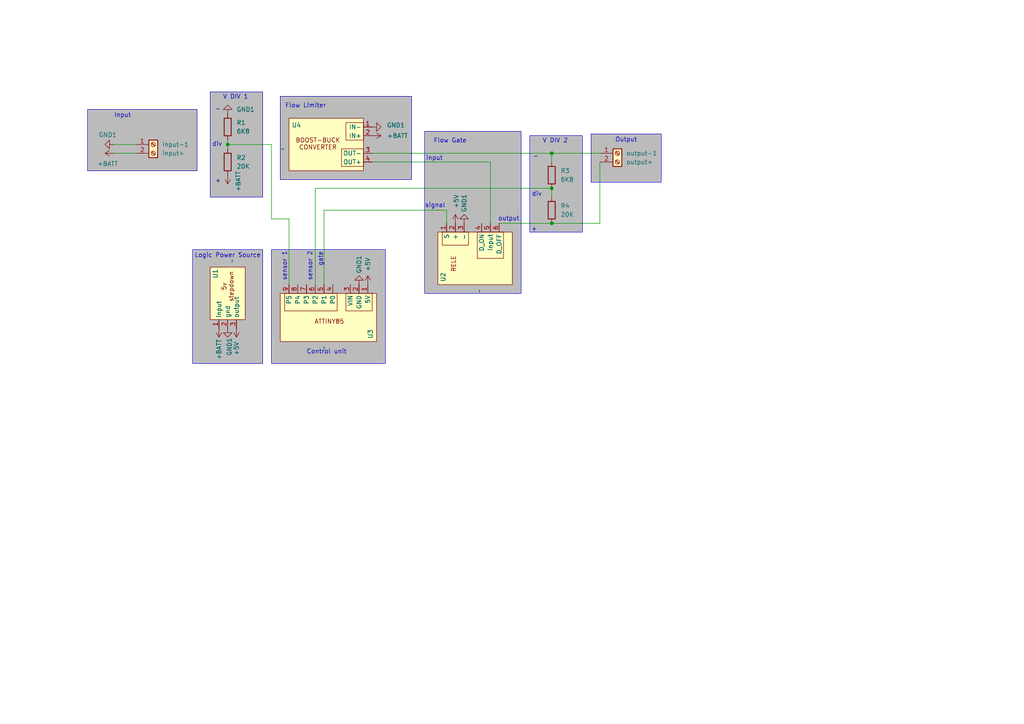
<source format=kicad_sch>
(kicad_sch
	(version 20231120)
	(generator "eeschema")
	(generator_version "8.0")
	(uuid "c85936f9-85f0-4f74-97dc-3cd0be3f7292")
	(paper "A4")
	(lib_symbols
		(symbol "1_my_symbols_pcbs:DD4012SA-5V"
			(exclude_from_sim no)
			(in_bom yes)
			(on_board yes)
			(property "Reference" "U"
				(at 0 0 0)
				(effects
					(font
						(size 1.27 1.27)
					)
				)
			)
			(property "Value" ""
				(at 0 0 0)
				(effects
					(font
						(size 1.27 1.27)
					)
				)
			)
			(property "Footprint" ""
				(at 0 0 0)
				(effects
					(font
						(size 1.27 1.27)
					)
					(hide yes)
				)
			)
			(property "Datasheet" ""
				(at 0 0 0)
				(effects
					(font
						(size 1.27 1.27)
					)
					(hide yes)
				)
			)
			(property "Description" ""
				(at 0 0 0)
				(effects
					(font
						(size 1.27 1.27)
					)
					(hide yes)
				)
			)
			(symbol "DD4012SA-5V_1_1"
				(rectangle
					(start 2.54 5.08)
					(end 17.78 -5.08)
					(stroke
						(width 0)
						(type default)
					)
					(fill
						(type background)
					)
				)
				(text "5v\nstepdown"
					(at 12.192 0 0)
					(effects
						(font
							(size 1.27 1.27)
						)
					)
				)
				(pin power_in line
					(at 0 2.54 0)
					(length 2.54)
					(name "input"
						(effects
							(font
								(size 1.27 1.27)
							)
						)
					)
					(number "1"
						(effects
							(font
								(size 1.27 1.27)
							)
						)
					)
				)
				(pin power_in line
					(at 0 0 0)
					(length 2.54)
					(name "gnd"
						(effects
							(font
								(size 1.27 1.27)
							)
						)
					)
					(number "2"
						(effects
							(font
								(size 1.27 1.27)
							)
						)
					)
				)
				(pin power_out line
					(at 0 -2.54 0)
					(length 2.54)
					(name "output"
						(effects
							(font
								(size 1.27 1.27)
							)
						)
					)
					(number "3"
						(effects
							(font
								(size 1.27 1.27)
							)
						)
					)
				)
			)
		)
		(symbol "1_my_symbols_pcbs:SH-PWS14-1"
			(exclude_from_sim no)
			(in_bom yes)
			(on_board yes)
			(property "Reference" "U"
				(at 0 0 0)
				(effects
					(font
						(size 1.27 1.27)
					)
				)
			)
			(property "Value" ""
				(at 0 0 0)
				(effects
					(font
						(size 1.27 1.27)
					)
				)
			)
			(property "Footprint" ""
				(at 0 0 0)
				(effects
					(font
						(size 1.27 1.27)
					)
					(hide yes)
				)
			)
			(property "Datasheet" ""
				(at 0 0 0)
				(effects
					(font
						(size 1.27 1.27)
					)
					(hide yes)
				)
			)
			(property "Description" ""
				(at 0 0 0)
				(effects
					(font
						(size 1.27 1.27)
					)
					(hide yes)
				)
			)
			(symbol "SH-PWS14-1_0_1"
				(rectangle
					(start 2.54 -1.27)
					(end 8.89 -6.35)
					(stroke
						(width 0)
						(type default)
					)
					(fill
						(type none)
					)
				)
				(rectangle
					(start 2.54 6.35)
					(end 7.62 1.27)
					(stroke
						(width 0)
						(type default)
					)
					(fill
						(type none)
					)
				)
			)
			(symbol "SH-PWS14-1_1_1"
				(rectangle
					(start 2.54 7.62)
					(end 24.13 -7.62)
					(stroke
						(width 0)
						(type default)
					)
					(fill
						(type background)
					)
				)
				(text "BOOST-BUCK\nCONVERTER"
					(at 15.748 0.254 0)
					(effects
						(font
							(size 1.27 1.27)
						)
					)
				)
				(pin power_in line
					(at 0 5.08 0)
					(length 2.54)
					(name "IN-"
						(effects
							(font
								(size 1.27 1.27)
							)
						)
					)
					(number "1"
						(effects
							(font
								(size 1.27 1.27)
							)
						)
					)
				)
				(pin power_in line
					(at 0 2.54 0)
					(length 2.54)
					(name "IN+"
						(effects
							(font
								(size 1.27 1.27)
							)
						)
					)
					(number "2"
						(effects
							(font
								(size 1.27 1.27)
							)
						)
					)
				)
				(pin power_out line
					(at 0 -2.54 0)
					(length 2.54)
					(name "OUT-"
						(effects
							(font
								(size 1.27 1.27)
							)
						)
					)
					(number "3"
						(effects
							(font
								(size 1.27 1.27)
							)
						)
					)
				)
				(pin power_out line
					(at 0 -5.08 0)
					(length 2.54)
					(name "OUT+"
						(effects
							(font
								(size 1.27 1.27)
							)
						)
					)
					(number "4"
						(effects
							(font
								(size 1.27 1.27)
							)
						)
					)
				)
			)
		)
		(symbol "1_my_symbols_pcbs:attiny85-digi"
			(exclude_from_sim no)
			(in_bom yes)
			(on_board yes)
			(property "Reference" "U"
				(at 0 0 0)
				(effects
					(font
						(size 1.27 1.27)
					)
				)
			)
			(property "Value" ""
				(at 0 0 0)
				(effects
					(font
						(size 1.27 1.27)
					)
				)
			)
			(property "Footprint" ""
				(at 0 0 0)
				(effects
					(font
						(size 1.27 1.27)
					)
					(hide yes)
				)
			)
			(property "Datasheet" ""
				(at 0 0 0)
				(effects
					(font
						(size 1.27 1.27)
					)
					(hide yes)
				)
			)
			(property "Description" ""
				(at 0 0 0)
				(effects
					(font
						(size 1.27 1.27)
					)
					(hide yes)
				)
			)
			(symbol "attiny85-digi_0_1"
				(rectangle
					(start 2.54 -1.27)
					(end 7.62 -16.51)
					(stroke
						(width 0)
						(type default)
					)
					(fill
						(type none)
					)
				)
				(rectangle
					(start 2.54 8.89)
					(end 7.62 1.27)
					(stroke
						(width 0)
						(type default)
					)
					(fill
						(type none)
					)
				)
			)
			(symbol "attiny85-digi_1_1"
				(rectangle
					(start 2.54 10.16)
					(end 16.51 -17.78)
					(stroke
						(width 0)
						(type default)
					)
					(fill
						(type background)
					)
				)
				(text "ATTINY85"
					(at 10.668 -3.556 900)
					(effects
						(font
							(size 1.27 1.27)
						)
					)
				)
				(pin power_in line
					(at 0 7.62 0)
					(length 2.54)
					(name "5V"
						(effects
							(font
								(size 1.27 1.27)
							)
						)
					)
					(number "1"
						(effects
							(font
								(size 1.27 1.27)
							)
						)
					)
				)
				(pin power_in line
					(at 0 5.08 0)
					(length 2.54)
					(name "GND"
						(effects
							(font
								(size 1.27 1.27)
							)
						)
					)
					(number "2"
						(effects
							(font
								(size 1.27 1.27)
							)
						)
					)
				)
				(pin power_in line
					(at 0 2.54 0)
					(length 2.54)
					(name "VIN"
						(effects
							(font
								(size 1.27 1.27)
							)
						)
					)
					(number "3"
						(effects
							(font
								(size 1.27 1.27)
							)
						)
					)
				)
				(pin bidirectional line
					(at 0 -2.54 0)
					(length 2.54)
					(name "P0"
						(effects
							(font
								(size 1.27 1.27)
							)
						)
					)
					(number "4"
						(effects
							(font
								(size 1.27 1.27)
							)
						)
					)
				)
				(pin bidirectional line
					(at 0 -5.08 0)
					(length 2.54)
					(name "P1"
						(effects
							(font
								(size 1.27 1.27)
							)
						)
					)
					(number "5"
						(effects
							(font
								(size 1.27 1.27)
							)
						)
					)
				)
				(pin bidirectional line
					(at 0 -7.62 0)
					(length 2.54)
					(name "P2"
						(effects
							(font
								(size 1.27 1.27)
							)
						)
					)
					(number "6"
						(effects
							(font
								(size 1.27 1.27)
							)
						)
					)
				)
				(pin bidirectional line
					(at 0 -10.16 0)
					(length 2.54)
					(name "P3"
						(effects
							(font
								(size 1.27 1.27)
							)
						)
					)
					(number "7"
						(effects
							(font
								(size 1.27 1.27)
							)
						)
					)
				)
				(pin bidirectional line
					(at 0 -12.7 0)
					(length 2.54)
					(name "P4"
						(effects
							(font
								(size 1.27 1.27)
							)
						)
					)
					(number "8"
						(effects
							(font
								(size 1.27 1.27)
							)
						)
					)
				)
				(pin bidirectional line
					(at 0 -15.24 0)
					(length 2.54)
					(name "P5"
						(effects
							(font
								(size 1.27 1.27)
							)
						)
					)
					(number "9"
						(effects
							(font
								(size 1.27 1.27)
							)
						)
					)
				)
			)
		)
		(symbol "1_my_symbols_pcbs:rele_board"
			(exclude_from_sim no)
			(in_bom yes)
			(on_board yes)
			(property "Reference" "U"
				(at 0 0 0)
				(effects
					(font
						(size 1.27 1.27)
					)
				)
			)
			(property "Value" ""
				(at 0 0 0)
				(effects
					(font
						(size 1.27 1.27)
					)
				)
			)
			(property "Footprint" ""
				(at 0 0 0)
				(effects
					(font
						(size 1.27 1.27)
					)
					(hide yes)
				)
			)
			(property "Datasheet" ""
				(at 0 0 0)
				(effects
					(font
						(size 1.27 1.27)
					)
					(hide yes)
				)
			)
			(property "Description" ""
				(at 0 0 0)
				(effects
					(font
						(size 1.27 1.27)
					)
					(hide yes)
				)
			)
			(symbol "rele_board_0_1"
				(rectangle
					(start 2.54 -2.54)
					(end 10.16 -10.16)
					(stroke
						(width 0)
						(type default)
					)
					(fill
						(type none)
					)
				)
				(rectangle
					(start 2.54 7.62)
					(end 6.35 0)
					(stroke
						(width 0)
						(type default)
					)
					(fill
						(type none)
					)
				)
			)
			(symbol "rele_board_1_1"
				(rectangle
					(start 2.54 8.89)
					(end 17.78 -12.7)
					(stroke
						(width 0)
						(type default)
					)
					(fill
						(type background)
					)
				)
				(text "RELE"
					(at 11.684 4.318 0)
					(effects
						(font
							(size 1.27 1.27)
						)
					)
				)
				(pin input line
					(at 0 6.35 0)
					(length 2.54)
					(name "S"
						(effects
							(font
								(size 1.27 1.27)
							)
						)
					)
					(number "1"
						(effects
							(font
								(size 1.27 1.27)
							)
						)
					)
				)
				(pin power_in line
					(at 0 3.81 0)
					(length 2.54)
					(name "+"
						(effects
							(font
								(size 1.27 1.27)
							)
						)
					)
					(number "2"
						(effects
							(font
								(size 1.27 1.27)
							)
						)
					)
				)
				(pin power_in line
					(at 0 1.27 0)
					(length 2.54)
					(name "-"
						(effects
							(font
								(size 1.27 1.27)
							)
						)
					)
					(number "3"
						(effects
							(font
								(size 1.27 1.27)
							)
						)
					)
				)
				(pin output line
					(at 0 -3.81 0)
					(length 2.54)
					(name "D_ON"
						(effects
							(font
								(size 1.27 1.27)
							)
						)
					)
					(number "4"
						(effects
							(font
								(size 1.27 1.27)
							)
						)
					)
				)
				(pin input line
					(at 0 -6.35 0)
					(length 2.54)
					(name "input"
						(effects
							(font
								(size 1.27 1.27)
							)
						)
					)
					(number "5"
						(effects
							(font
								(size 1.27 1.27)
							)
						)
					)
				)
				(pin output line
					(at 0 -8.89 0)
					(length 2.54)
					(name "D_OFF"
						(effects
							(font
								(size 1.27 1.27)
							)
						)
					)
					(number "6"
						(effects
							(font
								(size 1.27 1.27)
							)
						)
					)
				)
			)
		)
		(symbol "Connector:Screw_Terminal_01x02"
			(pin_names
				(offset 1.016) hide)
			(exclude_from_sim no)
			(in_bom yes)
			(on_board yes)
			(property "Reference" "J"
				(at 0 2.54 0)
				(effects
					(font
						(size 1.27 1.27)
					)
				)
			)
			(property "Value" "Screw_Terminal_01x02"
				(at 0 -5.08 0)
				(effects
					(font
						(size 1.27 1.27)
					)
				)
			)
			(property "Footprint" ""
				(at 0 0 0)
				(effects
					(font
						(size 1.27 1.27)
					)
					(hide yes)
				)
			)
			(property "Datasheet" "~"
				(at 0 0 0)
				(effects
					(font
						(size 1.27 1.27)
					)
					(hide yes)
				)
			)
			(property "Description" "Generic screw terminal, single row, 01x02, script generated (kicad-library-utils/schlib/autogen/connector/)"
				(at 0 0 0)
				(effects
					(font
						(size 1.27 1.27)
					)
					(hide yes)
				)
			)
			(property "ki_keywords" "screw terminal"
				(at 0 0 0)
				(effects
					(font
						(size 1.27 1.27)
					)
					(hide yes)
				)
			)
			(property "ki_fp_filters" "TerminalBlock*:*"
				(at 0 0 0)
				(effects
					(font
						(size 1.27 1.27)
					)
					(hide yes)
				)
			)
			(symbol "Screw_Terminal_01x02_1_1"
				(rectangle
					(start -1.27 1.27)
					(end 1.27 -3.81)
					(stroke
						(width 0.254)
						(type default)
					)
					(fill
						(type background)
					)
				)
				(circle
					(center 0 -2.54)
					(radius 0.635)
					(stroke
						(width 0.1524)
						(type default)
					)
					(fill
						(type none)
					)
				)
				(polyline
					(pts
						(xy -0.5334 -2.2098) (xy 0.3302 -3.048)
					)
					(stroke
						(width 0.1524)
						(type default)
					)
					(fill
						(type none)
					)
				)
				(polyline
					(pts
						(xy -0.5334 0.3302) (xy 0.3302 -0.508)
					)
					(stroke
						(width 0.1524)
						(type default)
					)
					(fill
						(type none)
					)
				)
				(polyline
					(pts
						(xy -0.3556 -2.032) (xy 0.508 -2.8702)
					)
					(stroke
						(width 0.1524)
						(type default)
					)
					(fill
						(type none)
					)
				)
				(polyline
					(pts
						(xy -0.3556 0.508) (xy 0.508 -0.3302)
					)
					(stroke
						(width 0.1524)
						(type default)
					)
					(fill
						(type none)
					)
				)
				(circle
					(center 0 0)
					(radius 0.635)
					(stroke
						(width 0.1524)
						(type default)
					)
					(fill
						(type none)
					)
				)
				(pin passive line
					(at -5.08 0 0)
					(length 3.81)
					(name "Pin_1"
						(effects
							(font
								(size 1.27 1.27)
							)
						)
					)
					(number "1"
						(effects
							(font
								(size 1.27 1.27)
							)
						)
					)
				)
				(pin passive line
					(at -5.08 -2.54 0)
					(length 3.81)
					(name "Pin_2"
						(effects
							(font
								(size 1.27 1.27)
							)
						)
					)
					(number "2"
						(effects
							(font
								(size 1.27 1.27)
							)
						)
					)
				)
			)
		)
		(symbol "Device:R"
			(pin_numbers hide)
			(pin_names
				(offset 0)
			)
			(exclude_from_sim no)
			(in_bom yes)
			(on_board yes)
			(property "Reference" "R"
				(at 2.032 0 90)
				(effects
					(font
						(size 1.27 1.27)
					)
				)
			)
			(property "Value" "R"
				(at 0 0 90)
				(effects
					(font
						(size 1.27 1.27)
					)
				)
			)
			(property "Footprint" ""
				(at -1.778 0 90)
				(effects
					(font
						(size 1.27 1.27)
					)
					(hide yes)
				)
			)
			(property "Datasheet" "~"
				(at 0 0 0)
				(effects
					(font
						(size 1.27 1.27)
					)
					(hide yes)
				)
			)
			(property "Description" "Resistor"
				(at 0 0 0)
				(effects
					(font
						(size 1.27 1.27)
					)
					(hide yes)
				)
			)
			(property "ki_keywords" "R res resistor"
				(at 0 0 0)
				(effects
					(font
						(size 1.27 1.27)
					)
					(hide yes)
				)
			)
			(property "ki_fp_filters" "R_*"
				(at 0 0 0)
				(effects
					(font
						(size 1.27 1.27)
					)
					(hide yes)
				)
			)
			(symbol "R_0_1"
				(rectangle
					(start -1.016 -2.54)
					(end 1.016 2.54)
					(stroke
						(width 0.254)
						(type default)
					)
					(fill
						(type none)
					)
				)
			)
			(symbol "R_1_1"
				(pin passive line
					(at 0 3.81 270)
					(length 1.27)
					(name "~"
						(effects
							(font
								(size 1.27 1.27)
							)
						)
					)
					(number "1"
						(effects
							(font
								(size 1.27 1.27)
							)
						)
					)
				)
				(pin passive line
					(at 0 -3.81 90)
					(length 1.27)
					(name "~"
						(effects
							(font
								(size 1.27 1.27)
							)
						)
					)
					(number "2"
						(effects
							(font
								(size 1.27 1.27)
							)
						)
					)
				)
			)
		)
		(symbol "power:+5V"
			(power)
			(pin_numbers hide)
			(pin_names
				(offset 0) hide)
			(exclude_from_sim no)
			(in_bom yes)
			(on_board yes)
			(property "Reference" "#PWR"
				(at 0 -3.81 0)
				(effects
					(font
						(size 1.27 1.27)
					)
					(hide yes)
				)
			)
			(property "Value" "+5V"
				(at 0 3.556 0)
				(effects
					(font
						(size 1.27 1.27)
					)
				)
			)
			(property "Footprint" ""
				(at 0 0 0)
				(effects
					(font
						(size 1.27 1.27)
					)
					(hide yes)
				)
			)
			(property "Datasheet" ""
				(at 0 0 0)
				(effects
					(font
						(size 1.27 1.27)
					)
					(hide yes)
				)
			)
			(property "Description" "Power symbol creates a global label with name \"+5V\""
				(at 0 0 0)
				(effects
					(font
						(size 1.27 1.27)
					)
					(hide yes)
				)
			)
			(property "ki_keywords" "global power"
				(at 0 0 0)
				(effects
					(font
						(size 1.27 1.27)
					)
					(hide yes)
				)
			)
			(symbol "+5V_0_1"
				(polyline
					(pts
						(xy -0.762 1.27) (xy 0 2.54)
					)
					(stroke
						(width 0)
						(type default)
					)
					(fill
						(type none)
					)
				)
				(polyline
					(pts
						(xy 0 0) (xy 0 2.54)
					)
					(stroke
						(width 0)
						(type default)
					)
					(fill
						(type none)
					)
				)
				(polyline
					(pts
						(xy 0 2.54) (xy 0.762 1.27)
					)
					(stroke
						(width 0)
						(type default)
					)
					(fill
						(type none)
					)
				)
			)
			(symbol "+5V_1_1"
				(pin power_in line
					(at 0 0 90)
					(length 0)
					(name "~"
						(effects
							(font
								(size 1.27 1.27)
							)
						)
					)
					(number "1"
						(effects
							(font
								(size 1.27 1.27)
							)
						)
					)
				)
			)
		)
		(symbol "power:+BATT"
			(power)
			(pin_numbers hide)
			(pin_names
				(offset 0) hide)
			(exclude_from_sim no)
			(in_bom yes)
			(on_board yes)
			(property "Reference" "#PWR"
				(at 0 -3.81 0)
				(effects
					(font
						(size 1.27 1.27)
					)
					(hide yes)
				)
			)
			(property "Value" "+BATT"
				(at 0 3.556 0)
				(effects
					(font
						(size 1.27 1.27)
					)
				)
			)
			(property "Footprint" ""
				(at 0 0 0)
				(effects
					(font
						(size 1.27 1.27)
					)
					(hide yes)
				)
			)
			(property "Datasheet" ""
				(at 0 0 0)
				(effects
					(font
						(size 1.27 1.27)
					)
					(hide yes)
				)
			)
			(property "Description" "Power symbol creates a global label with name \"+BATT\""
				(at 0 0 0)
				(effects
					(font
						(size 1.27 1.27)
					)
					(hide yes)
				)
			)
			(property "ki_keywords" "global power battery"
				(at 0 0 0)
				(effects
					(font
						(size 1.27 1.27)
					)
					(hide yes)
				)
			)
			(symbol "+BATT_0_1"
				(polyline
					(pts
						(xy -0.762 1.27) (xy 0 2.54)
					)
					(stroke
						(width 0)
						(type default)
					)
					(fill
						(type none)
					)
				)
				(polyline
					(pts
						(xy 0 0) (xy 0 2.54)
					)
					(stroke
						(width 0)
						(type default)
					)
					(fill
						(type none)
					)
				)
				(polyline
					(pts
						(xy 0 2.54) (xy 0.762 1.27)
					)
					(stroke
						(width 0)
						(type default)
					)
					(fill
						(type none)
					)
				)
			)
			(symbol "+BATT_1_1"
				(pin power_in line
					(at 0 0 90)
					(length 0)
					(name "~"
						(effects
							(font
								(size 1.27 1.27)
							)
						)
					)
					(number "1"
						(effects
							(font
								(size 1.27 1.27)
							)
						)
					)
				)
			)
		)
		(symbol "power:GND1"
			(power)
			(pin_numbers hide)
			(pin_names
				(offset 0) hide)
			(exclude_from_sim no)
			(in_bom yes)
			(on_board yes)
			(property "Reference" "#PWR"
				(at 0 -6.35 0)
				(effects
					(font
						(size 1.27 1.27)
					)
					(hide yes)
				)
			)
			(property "Value" "GND1"
				(at 0 -3.81 0)
				(effects
					(font
						(size 1.27 1.27)
					)
				)
			)
			(property "Footprint" ""
				(at 0 0 0)
				(effects
					(font
						(size 1.27 1.27)
					)
					(hide yes)
				)
			)
			(property "Datasheet" ""
				(at 0 0 0)
				(effects
					(font
						(size 1.27 1.27)
					)
					(hide yes)
				)
			)
			(property "Description" "Power symbol creates a global label with name \"GND1\" , ground"
				(at 0 0 0)
				(effects
					(font
						(size 1.27 1.27)
					)
					(hide yes)
				)
			)
			(property "ki_keywords" "global power"
				(at 0 0 0)
				(effects
					(font
						(size 1.27 1.27)
					)
					(hide yes)
				)
			)
			(symbol "GND1_0_1"
				(polyline
					(pts
						(xy 0 0) (xy 0 -1.27) (xy 1.27 -1.27) (xy 0 -2.54) (xy -1.27 -1.27) (xy 0 -1.27)
					)
					(stroke
						(width 0)
						(type default)
					)
					(fill
						(type none)
					)
				)
			)
			(symbol "GND1_1_1"
				(pin power_in line
					(at 0 0 270)
					(length 0)
					(name "~"
						(effects
							(font
								(size 1.27 1.27)
							)
						)
					)
					(number "1"
						(effects
							(font
								(size 1.27 1.27)
							)
						)
					)
				)
			)
		)
	)
	(junction
		(at 66.04 41.91)
		(diameter 0)
		(color 0 0 0 0)
		(uuid "341cda66-6579-4d85-ab35-63119439b592")
	)
	(junction
		(at 160.02 44.45)
		(diameter 0)
		(color 0 0 0 0)
		(uuid "388bed2c-7793-4252-bb54-ca8d4fb5f733")
	)
	(junction
		(at 160.02 64.77)
		(diameter 0)
		(color 0 0 0 0)
		(uuid "89751e60-84b9-4915-944f-fa1644b67289")
	)
	(junction
		(at 160.02 54.61)
		(diameter 0)
		(color 0 0 0 0)
		(uuid "e0bba88e-a6e4-4a5d-9e4f-2cfdf9d810be")
	)
	(wire
		(pts
			(xy 83.82 63.5) (xy 83.82 82.55)
		)
		(stroke
			(width 0)
			(type default)
		)
		(uuid "0b783b06-2a03-478c-a8fc-5601416d5b5c")
	)
	(wire
		(pts
			(xy 66.04 40.64) (xy 66.04 41.91)
		)
		(stroke
			(width 0)
			(type default)
		)
		(uuid "0cff0cfc-1312-4876-816e-ccea81c52408")
	)
	(wire
		(pts
			(xy 107.95 44.45) (xy 160.02 44.45)
		)
		(stroke
			(width 0)
			(type default)
		)
		(uuid "22fd9fac-d238-46e4-9223-f6f03e71fba3")
	)
	(wire
		(pts
			(xy 142.24 46.99) (xy 142.24 64.77)
		)
		(stroke
			(width 0)
			(type default)
		)
		(uuid "291dad32-9caa-477a-b84f-aa2214bac4f2")
	)
	(wire
		(pts
			(xy 78.74 63.5) (xy 83.82 63.5)
		)
		(stroke
			(width 0)
			(type default)
		)
		(uuid "2e7cfed9-ee8d-4ab8-8ee5-a1aebec77f47")
	)
	(wire
		(pts
			(xy 78.74 41.91) (xy 78.74 63.5)
		)
		(stroke
			(width 0)
			(type default)
		)
		(uuid "38be56e4-5082-4468-8e6e-9c4a02b146b6")
	)
	(wire
		(pts
			(xy 93.98 60.96) (xy 93.98 82.55)
		)
		(stroke
			(width 0)
			(type default)
		)
		(uuid "448e3e11-a43e-47ec-9693-7cdd27d5a719")
	)
	(wire
		(pts
			(xy 160.02 64.77) (xy 173.99 64.77)
		)
		(stroke
			(width 0)
			(type default)
		)
		(uuid "496a339d-f74e-49b3-9181-1761fd00e0e0")
	)
	(wire
		(pts
			(xy 144.78 64.77) (xy 160.02 64.77)
		)
		(stroke
			(width 0)
			(type default)
		)
		(uuid "4c58b722-9e69-44db-a690-01bbabbf1c68")
	)
	(wire
		(pts
			(xy 91.44 82.55) (xy 91.44 54.61)
		)
		(stroke
			(width 0)
			(type default)
		)
		(uuid "4d300bd5-faf3-4166-9d90-ff8fdfab00f6")
	)
	(wire
		(pts
			(xy 39.37 41.91) (xy 33.02 41.91)
		)
		(stroke
			(width 0)
			(type default)
		)
		(uuid "5a1db268-b13e-414d-b7cc-d2b9376b978c")
	)
	(wire
		(pts
			(xy 173.99 46.99) (xy 173.99 64.77)
		)
		(stroke
			(width 0)
			(type default)
		)
		(uuid "67d41709-f1ca-4e7b-9347-316fb0324a3f")
	)
	(wire
		(pts
			(xy 93.98 60.96) (xy 129.54 60.96)
		)
		(stroke
			(width 0)
			(type default)
		)
		(uuid "a0977071-e9af-4344-a067-644412de283f")
	)
	(wire
		(pts
			(xy 129.54 60.96) (xy 129.54 64.77)
		)
		(stroke
			(width 0)
			(type default)
		)
		(uuid "b0294d22-6065-4bb6-92ee-0236216c6938")
	)
	(wire
		(pts
			(xy 66.04 41.91) (xy 66.04 43.18)
		)
		(stroke
			(width 0)
			(type default)
		)
		(uuid "b6185462-5eb0-45b7-8148-e03505c20070")
	)
	(wire
		(pts
			(xy 107.95 46.99) (xy 142.24 46.99)
		)
		(stroke
			(width 0)
			(type default)
		)
		(uuid "c4cbe436-d7a0-42f8-a1a4-e5e89e361c4b")
	)
	(wire
		(pts
			(xy 160.02 44.45) (xy 173.99 44.45)
		)
		(stroke
			(width 0)
			(type default)
		)
		(uuid "d0c69c50-fbde-450f-bafc-27e90bc77acd")
	)
	(wire
		(pts
			(xy 160.02 46.99) (xy 160.02 44.45)
		)
		(stroke
			(width 0)
			(type default)
		)
		(uuid "da2ffafe-dd63-4874-8479-0d0ebec09736")
	)
	(wire
		(pts
			(xy 160.02 54.61) (xy 160.02 57.15)
		)
		(stroke
			(width 0)
			(type default)
		)
		(uuid "dcf8a422-944d-48b7-95b7-bdd5efa2557a")
	)
	(wire
		(pts
			(xy 33.02 44.45) (xy 39.37 44.45)
		)
		(stroke
			(width 0)
			(type default)
		)
		(uuid "e12338d7-f25a-4e50-9841-6265139523ff")
	)
	(wire
		(pts
			(xy 66.04 41.91) (xy 78.74 41.91)
		)
		(stroke
			(width 0)
			(type default)
		)
		(uuid "f1170768-3460-493b-ac39-872e5e6205b5")
	)
	(wire
		(pts
			(xy 91.44 54.61) (xy 160.02 54.61)
		)
		(stroke
			(width 0)
			(type default)
		)
		(uuid "f4c922eb-c96f-4007-a3f6-31106fc686c7")
	)
	(rectangle
		(start 171.45 38.862)
		(end 191.77 52.832)
		(stroke
			(width 0)
			(type default)
		)
		(fill
			(type color)
			(color 187 187 187 1)
		)
		(uuid 213c5817-7f99-4cba-bdae-2ab6a5d7adb9)
	)
	(rectangle
		(start 123.19 38.1)
		(end 151.13 85.09)
		(stroke
			(width 0)
			(type default)
		)
		(fill
			(type color)
			(color 187 187 187 1)
		)
		(uuid 35365249-3318-4495-bab2-d1be495e363f)
	)
	(rectangle
		(start 60.96 26.67)
		(end 76.2 57.15)
		(stroke
			(width 0)
			(type default)
		)
		(fill
			(type color)
			(color 187 187 187 1)
		)
		(uuid 578c408d-4fa5-4c75-95c8-2a63f846d345)
	)
	(rectangle
		(start 81.28 27.94)
		(end 119.38 52.07)
		(stroke
			(width 0)
			(type default)
		)
		(fill
			(type color)
			(color 187 187 187 1)
		)
		(uuid 893eeb67-e4bd-4b48-b997-f36ffdf72d8c)
	)
	(rectangle
		(start 153.67 39.37)
		(end 168.91 67.31)
		(stroke
			(width 0)
			(type default)
		)
		(fill
			(type color)
			(color 187 187 187 1)
		)
		(uuid 94f21055-0ac5-474b-b84a-ff2123d36b42)
	)
	(rectangle
		(start 25.4 31.75)
		(end 57.15 49.53)
		(stroke
			(width 0)
			(type default)
		)
		(fill
			(type color)
			(color 187 187 187 1)
		)
		(uuid a66e1302-8134-4de7-bbf6-4695d2e01757)
	)
	(rectangle
		(start 78.74 72.39)
		(end 111.76 105.41)
		(stroke
			(width 0)
			(type default)
		)
		(fill
			(type color)
			(color 187 187 187 1)
		)
		(uuid b690453a-1a8b-47a8-abd9-441de0c6dc0e)
	)
	(rectangle
		(start 55.88 72.39)
		(end 76.2 105.41)
		(stroke
			(width 0)
			(type default)
		)
		(fill
			(type color)
			(color 187 187 187 1)
		)
		(uuid f3214712-ec6a-4750-98d1-d8eddf0cf322)
	)
	(text "output"
		(exclude_from_sim no)
		(at 147.574 63.5 0)
		(effects
			(font
				(size 1.27 1.27)
			)
		)
		(uuid "106eefd9-2205-4473-9b9b-7f8e0517d2c0")
	)
	(text "Logic Power Source"
		(exclude_from_sim no)
		(at 66.04 74.168 0)
		(effects
			(font
				(size 1.27 1.27)
			)
		)
		(uuid "1d309693-916c-45a5-babc-1bc99479cd2b")
	)
	(text "input"
		(exclude_from_sim no)
		(at 125.984 45.974 0)
		(effects
			(font
				(size 1.27 1.27)
			)
		)
		(uuid "2409c182-eee4-4353-8103-5fcc8de2cd9b")
	)
	(text "V DIV 2"
		(exclude_from_sim no)
		(at 161.036 40.894 0)
		(effects
			(font
				(size 1.27 1.27)
			)
		)
		(uuid "3a0278c1-f376-44f7-b9c2-3224f80a0e0d")
	)
	(text "V DIV 1\n"
		(exclude_from_sim no)
		(at 68.326 28.194 0)
		(effects
			(font
				(size 1.27 1.27)
			)
		)
		(uuid "3f23b5d7-9298-4263-ae7e-63f7a0e6e0fe")
	)
	(text "sensor 1"
		(exclude_from_sim no)
		(at 82.55 77.216 90)
		(effects
			(font
				(size 1.27 1.27)
			)
		)
		(uuid "423bd08a-2f0e-4f6a-89de-fab37d0bf78a")
	)
	(text "~"
		(exclude_from_sim no)
		(at 148.082 56.388 0)
		(effects
			(font
				(size 1.27 1.27)
			)
		)
		(uuid "47233c58-c20f-4e2d-b511-cab44fd9b861")
	)
	(text "gate"
		(exclude_from_sim no)
		(at 92.964 75.184 90)
		(effects
			(font
				(size 1.27 1.27)
			)
		)
		(uuid "4ae8b2e4-3aa9-4f0f-a1b5-e38ffc20615b")
	)
	(text "+"
		(exclude_from_sim no)
		(at 154.94 66.548 0)
		(effects
			(font
				(size 1.27 1.27)
			)
		)
		(uuid "593091a2-fe90-41a5-8257-7899b5d3f736")
	)
	(text "div\n"
		(exclude_from_sim no)
		(at 155.702 56.388 0)
		(effects
			(font
				(size 1.27 1.27)
			)
		)
		(uuid "8eadf9aa-0260-4267-b856-8563a9becda2")
	)
	(text "+"
		(exclude_from_sim no)
		(at 63.246 52.578 0)
		(effects
			(font
				(size 1.27 1.27)
			)
		)
		(uuid "a6f9278f-dee2-458d-963e-4398282d4da7")
	)
	(text "signal\n\n\n"
		(exclude_from_sim no)
		(at 126.238 61.722 0)
		(effects
			(font
				(size 1.27 1.27)
			)
		)
		(uuid "ab93adc0-621e-4912-870a-58585b183fcb")
	)
	(text "Flow Gate"
		(exclude_from_sim no)
		(at 130.556 40.894 0)
		(effects
			(font
				(size 1.27 1.27)
			)
		)
		(uuid "b0b6dffb-e21f-4759-81f0-987d2a3c5b02")
	)
	(text "-"
		(exclude_from_sim no)
		(at 155.448 45.466 0)
		(effects
			(font
				(size 1.27 1.27)
			)
		)
		(uuid "ba3d4a60-db6c-451f-ad2b-720ddb283fd6")
	)
	(text "Input"
		(exclude_from_sim no)
		(at 35.56 33.528 0)
		(effects
			(font
				(size 1.27 1.27)
			)
		)
		(uuid "d3cf8803-be92-47bd-815c-79ab35717492")
	)
	(text "Flow Limiter"
		(exclude_from_sim no)
		(at 88.646 30.734 0)
		(effects
			(font
				(size 1.27 1.27)
			)
		)
		(uuid "ded378c2-13ca-4aa1-812e-d274c1d55db6")
	)
	(text "Control unit"
		(exclude_from_sim no)
		(at 94.742 102.108 0)
		(effects
			(font
				(size 1.27 1.27)
			)
		)
		(uuid "e895a3bb-554e-40cc-95b7-062d326921bd")
	)
	(text "Output"
		(exclude_from_sim no)
		(at 181.61 40.64 0)
		(effects
			(font
				(size 1.27 1.27)
			)
		)
		(uuid "f136dbbe-bca4-43e3-8669-fa4975e4b322")
	)
	(text "sensor 2"
		(exclude_from_sim no)
		(at 89.916 77.216 90)
		(effects
			(font
				(size 1.27 1.27)
			)
		)
		(uuid "f14d4ed6-9572-4419-82c5-e3dbd92b316f")
	)
	(text "~"
		(exclude_from_sim no)
		(at 148.844 57.15 0)
		(effects
			(font
				(size 1.27 1.27)
			)
		)
		(uuid "f351e4fb-1d75-4d9d-b7ef-107b8714ec4c")
	)
	(text "-"
		(exclude_from_sim no)
		(at 63.246 31.75 0)
		(effects
			(font
				(size 1.27 1.27)
			)
		)
		(uuid "f95bbb79-69ae-4d03-a4e0-46b9499e6eda")
	)
	(text "div\n"
		(exclude_from_sim no)
		(at 62.992 41.91 0)
		(effects
			(font
				(size 1.27 1.27)
			)
		)
		(uuid "fafdaf5a-fd70-4a31-96dd-877347142446")
	)
	(symbol
		(lib_id "power:GND1")
		(at 104.14 82.55 180)
		(unit 1)
		(exclude_from_sim no)
		(in_bom yes)
		(on_board yes)
		(dnp no)
		(uuid "095ba59e-258e-4412-bf20-70fb76ed5c33")
		(property "Reference" "#PWR05"
			(at 104.14 76.2 0)
			(effects
				(font
					(size 1.27 1.27)
				)
				(hide yes)
			)
		)
		(property "Value" "GND1"
			(at 104.14 76.708 90)
			(effects
				(font
					(size 1.27 1.27)
				)
			)
		)
		(property "Footprint" ""
			(at 104.14 82.55 0)
			(effects
				(font
					(size 1.27 1.27)
				)
				(hide yes)
			)
		)
		(property "Datasheet" ""
			(at 104.14 82.55 0)
			(effects
				(font
					(size 1.27 1.27)
				)
				(hide yes)
			)
		)
		(property "Description" "Power symbol creates a global label with name \"GND1\" , ground"
			(at 104.14 82.55 0)
			(effects
				(font
					(size 1.27 1.27)
				)
				(hide yes)
			)
		)
		(pin "1"
			(uuid "a52451cf-b6c0-4620-ac36-c3002cb6937d")
		)
		(instances
			(project "rele_end"
				(path "/c85936f9-85f0-4f74-97dc-3cd0be3f7292"
					(reference "#PWR05")
					(unit 1)
				)
			)
		)
	)
	(symbol
		(lib_id "1_my_symbols_pcbs:DD4012SA-5V")
		(at 66.04 95.25 90)
		(unit 1)
		(exclude_from_sim no)
		(in_bom yes)
		(on_board yes)
		(dnp no)
		(uuid "0bf2818e-d376-49cd-9c14-7e78fe3f6208")
		(property "Reference" "U1"
			(at 62.484 80.772 0)
			(effects
				(font
					(size 1.27 1.27)
				)
				(justify left)
			)
		)
		(property "Value" "~"
			(at 67.31 76.2 0)
			(effects
				(font
					(size 1.27 1.27)
				)
				(justify left)
			)
		)
		(property "Footprint" "1_my_library_pcbs:DD4012SA-5V"
			(at 66.04 95.25 0)
			(effects
				(font
					(size 1.27 1.27)
				)
				(hide yes)
			)
		)
		(property "Datasheet" ""
			(at 66.04 95.25 0)
			(effects
				(font
					(size 1.27 1.27)
				)
				(hide yes)
			)
		)
		(property "Description" ""
			(at 66.04 95.25 0)
			(effects
				(font
					(size 1.27 1.27)
				)
				(hide yes)
			)
		)
		(pin "3"
			(uuid "bd600c48-e41f-4245-8102-faced7e0cbba")
		)
		(pin "2"
			(uuid "f6b4b877-b622-4230-989d-c1838a1b319e")
		)
		(pin "1"
			(uuid "14afccbd-729d-43da-b8a3-348f0c4c5c77")
		)
		(instances
			(project "rele_end"
				(path "/c85936f9-85f0-4f74-97dc-3cd0be3f7292"
					(reference "U1")
					(unit 1)
				)
			)
		)
	)
	(symbol
		(lib_id "power:+BATT")
		(at 66.04 50.8 180)
		(unit 1)
		(exclude_from_sim no)
		(in_bom yes)
		(on_board yes)
		(dnp no)
		(uuid "0f7900d3-30f4-4ef3-a568-95989a52bec7")
		(property "Reference" "#PWR08"
			(at 66.04 46.99 0)
			(effects
				(font
					(size 1.27 1.27)
				)
				(hide yes)
			)
		)
		(property "Value" "+BATT"
			(at 69.088 49.53 90)
			(effects
				(font
					(size 1.27 1.27)
				)
				(justify left)
			)
		)
		(property "Footprint" ""
			(at 66.04 50.8 0)
			(effects
				(font
					(size 1.27 1.27)
				)
				(hide yes)
			)
		)
		(property "Datasheet" ""
			(at 66.04 50.8 0)
			(effects
				(font
					(size 1.27 1.27)
				)
				(hide yes)
			)
		)
		(property "Description" "Power symbol creates a global label with name \"+BATT\""
			(at 66.04 50.8 0)
			(effects
				(font
					(size 1.27 1.27)
				)
				(hide yes)
			)
		)
		(pin "1"
			(uuid "f000ce92-1b42-4c8e-b8dd-2d2200645bfa")
		)
		(instances
			(project "rele_end"
				(path "/c85936f9-85f0-4f74-97dc-3cd0be3f7292"
					(reference "#PWR08")
					(unit 1)
				)
			)
		)
	)
	(symbol
		(lib_id "power:GND1")
		(at 134.62 64.77 0)
		(mirror x)
		(unit 1)
		(exclude_from_sim no)
		(in_bom yes)
		(on_board yes)
		(dnp no)
		(uuid "152ca6d1-0942-45e4-84fb-ed3cf61b1d2e")
		(property "Reference" "#PWR04"
			(at 134.62 58.42 0)
			(effects
				(font
					(size 1.27 1.27)
				)
				(hide yes)
			)
		)
		(property "Value" "GND1"
			(at 134.62 58.928 90)
			(effects
				(font
					(size 1.27 1.27)
				)
			)
		)
		(property "Footprint" ""
			(at 134.62 64.77 0)
			(effects
				(font
					(size 1.27 1.27)
				)
				(hide yes)
			)
		)
		(property "Datasheet" ""
			(at 134.62 64.77 0)
			(effects
				(font
					(size 1.27 1.27)
				)
				(hide yes)
			)
		)
		(property "Description" "Power symbol creates a global label with name \"GND1\" , ground"
			(at 134.62 64.77 0)
			(effects
				(font
					(size 1.27 1.27)
				)
				(hide yes)
			)
		)
		(pin "1"
			(uuid "cad04a72-9500-4432-a4bb-8a108f2c5950")
		)
		(instances
			(project "rele_end"
				(path "/c85936f9-85f0-4f74-97dc-3cd0be3f7292"
					(reference "#PWR04")
					(unit 1)
				)
			)
		)
	)
	(symbol
		(lib_id "Device:R")
		(at 160.02 50.8 0)
		(unit 1)
		(exclude_from_sim no)
		(in_bom yes)
		(on_board yes)
		(dnp no)
		(fields_autoplaced yes)
		(uuid "208dcab8-6a21-4e42-be6f-1601ac001b7a")
		(property "Reference" "R3"
			(at 162.56 49.5299 0)
			(effects
				(font
					(size 1.27 1.27)
				)
				(justify left)
			)
		)
		(property "Value" "6K8"
			(at 162.56 52.0699 0)
			(effects
				(font
					(size 1.27 1.27)
				)
				(justify left)
			)
		)
		(property "Footprint" "Resistor_THT:R_Axial_DIN0207_L6.3mm_D2.5mm_P7.62mm_Horizontal"
			(at 158.242 50.8 90)
			(effects
				(font
					(size 1.27 1.27)
				)
				(hide yes)
			)
		)
		(property "Datasheet" "~"
			(at 160.02 50.8 0)
			(effects
				(font
					(size 1.27 1.27)
				)
				(hide yes)
			)
		)
		(property "Description" "Resistor"
			(at 160.02 50.8 0)
			(effects
				(font
					(size 1.27 1.27)
				)
				(hide yes)
			)
		)
		(pin "1"
			(uuid "effa181f-49b2-414b-a238-063346131845")
		)
		(pin "2"
			(uuid "08dedef9-794d-48bc-9b92-e80643aec965")
		)
		(instances
			(project "rele_end"
				(path "/c85936f9-85f0-4f74-97dc-3cd0be3f7292"
					(reference "R3")
					(unit 1)
				)
			)
		)
	)
	(symbol
		(lib_id "Connector:Screw_Terminal_01x02")
		(at 179.07 44.45 0)
		(unit 1)
		(exclude_from_sim no)
		(in_bom yes)
		(on_board yes)
		(dnp no)
		(fields_autoplaced yes)
		(uuid "2a649afa-b324-4f32-bfe9-9ace53f2fa23")
		(property "Reference" "output-1"
			(at 181.61 44.4499 0)
			(effects
				(font
					(size 1.27 1.27)
				)
				(justify left)
			)
		)
		(property "Value" "output+"
			(at 181.61 46.9899 0)
			(effects
				(font
					(size 1.27 1.27)
				)
				(justify left)
			)
		)
		(property "Footprint" "TerminalBlock_Phoenix:TerminalBlock_Phoenix_MKDS-1,5-2-5.08_1x02_P5.08mm_Horizontal"
			(at 179.07 44.45 0)
			(effects
				(font
					(size 1.27 1.27)
				)
				(hide yes)
			)
		)
		(property "Datasheet" "~"
			(at 179.07 44.45 0)
			(effects
				(font
					(size 1.27 1.27)
				)
				(hide yes)
			)
		)
		(property "Description" "Generic screw terminal, single row, 01x02, script generated (kicad-library-utils/schlib/autogen/connector/)"
			(at 179.07 44.45 0)
			(effects
				(font
					(size 1.27 1.27)
				)
				(hide yes)
			)
		)
		(pin "2"
			(uuid "89593918-b3c0-4bac-9d98-0114462a66a2")
		)
		(pin "1"
			(uuid "817b0474-3dd0-4af8-8957-7197fab40dfb")
		)
		(instances
			(project "rele_end"
				(path "/c85936f9-85f0-4f74-97dc-3cd0be3f7292"
					(reference "output-1")
					(unit 1)
				)
			)
		)
	)
	(symbol
		(lib_id "power:+BATT")
		(at 63.5 95.25 180)
		(unit 1)
		(exclude_from_sim no)
		(in_bom yes)
		(on_board yes)
		(dnp no)
		(uuid "33b96805-8059-4512-b283-7c4af6646c1a")
		(property "Reference" "#PWR09"
			(at 63.5 91.44 0)
			(effects
				(font
					(size 1.27 1.27)
				)
				(hide yes)
			)
		)
		(property "Value" "+BATT"
			(at 63.5 98.298 90)
			(effects
				(font
					(size 1.27 1.27)
				)
				(justify left)
			)
		)
		(property "Footprint" ""
			(at 63.5 95.25 0)
			(effects
				(font
					(size 1.27 1.27)
				)
				(hide yes)
			)
		)
		(property "Datasheet" ""
			(at 63.5 95.25 0)
			(effects
				(font
					(size 1.27 1.27)
				)
				(hide yes)
			)
		)
		(property "Description" "Power symbol creates a global label with name \"+BATT\""
			(at 63.5 95.25 0)
			(effects
				(font
					(size 1.27 1.27)
				)
				(hide yes)
			)
		)
		(pin "1"
			(uuid "7144a4f9-2662-49bf-9664-7e171345c35a")
		)
		(instances
			(project "rele_end"
				(path "/c85936f9-85f0-4f74-97dc-3cd0be3f7292"
					(reference "#PWR09")
					(unit 1)
				)
			)
		)
	)
	(symbol
		(lib_id "Device:R")
		(at 66.04 36.83 0)
		(unit 1)
		(exclude_from_sim no)
		(in_bom yes)
		(on_board yes)
		(dnp no)
		(uuid "3ba34b86-3032-4126-a666-248f465d35fe")
		(property "Reference" "R1"
			(at 68.58 35.5599 0)
			(effects
				(font
					(size 1.27 1.27)
				)
				(justify left)
			)
		)
		(property "Value" "6K8"
			(at 68.58 38.0999 0)
			(effects
				(font
					(size 1.27 1.27)
				)
				(justify left)
			)
		)
		(property "Footprint" "Resistor_THT:R_Axial_DIN0207_L6.3mm_D2.5mm_P7.62mm_Horizontal"
			(at 64.262 36.83 90)
			(effects
				(font
					(size 1.27 1.27)
				)
				(hide yes)
			)
		)
		(property "Datasheet" "~"
			(at 66.04 36.83 0)
			(effects
				(font
					(size 1.27 1.27)
				)
				(hide yes)
			)
		)
		(property "Description" "Resistor"
			(at 66.04 36.83 0)
			(effects
				(font
					(size 1.27 1.27)
				)
				(hide yes)
			)
		)
		(pin "1"
			(uuid "ee61ad1a-e5ae-4737-ba47-a17971a9b4a2")
		)
		(pin "2"
			(uuid "88254692-5e24-4140-9da8-71237a4249d6")
		)
		(instances
			(project "rele_end"
				(path "/c85936f9-85f0-4f74-97dc-3cd0be3f7292"
					(reference "R1")
					(unit 1)
				)
			)
		)
	)
	(symbol
		(lib_id "power:GND1")
		(at 33.02 41.91 270)
		(unit 1)
		(exclude_from_sim no)
		(in_bom yes)
		(on_board yes)
		(dnp no)
		(uuid "617ae69b-c617-4419-8251-6003cc36cfc3")
		(property "Reference" "#PWR01"
			(at 26.67 41.91 0)
			(effects
				(font
					(size 1.27 1.27)
				)
				(hide yes)
			)
		)
		(property "Value" "GND1"
			(at 31.242 39.116 90)
			(effects
				(font
					(size 1.27 1.27)
				)
			)
		)
		(property "Footprint" ""
			(at 33.02 41.91 0)
			(effects
				(font
					(size 1.27 1.27)
				)
				(hide yes)
			)
		)
		(property "Datasheet" ""
			(at 33.02 41.91 0)
			(effects
				(font
					(size 1.27 1.27)
				)
				(hide yes)
			)
		)
		(property "Description" "Power symbol creates a global label with name \"GND1\" , ground"
			(at 33.02 41.91 0)
			(effects
				(font
					(size 1.27 1.27)
				)
				(hide yes)
			)
		)
		(pin "1"
			(uuid "c4b9f1a5-242f-4891-ae87-5b3196f627ca")
		)
		(instances
			(project "rele_end"
				(path "/c85936f9-85f0-4f74-97dc-3cd0be3f7292"
					(reference "#PWR01")
					(unit 1)
				)
			)
		)
	)
	(symbol
		(lib_id "1_my_symbols_pcbs:rele_board")
		(at 135.89 64.77 90)
		(mirror x)
		(unit 1)
		(exclude_from_sim no)
		(in_bom yes)
		(on_board yes)
		(dnp no)
		(uuid "6b0df9a4-d846-40f0-a6e4-a249a186c87c")
		(property "Reference" "U2"
			(at 128.524 78.994 0)
			(effects
				(font
					(size 1.27 1.27)
				)
				(justify left)
			)
		)
		(property "Value" "~"
			(at 139.065 83.82 0)
			(effects
				(font
					(size 1.27 1.27)
				)
				(justify left)
			)
		)
		(property "Footprint" "1_my_library_pcbs:rele_board"
			(at 135.89 64.77 0)
			(effects
				(font
					(size 1.27 1.27)
				)
				(hide yes)
			)
		)
		(property "Datasheet" ""
			(at 135.89 64.77 0)
			(effects
				(font
					(size 1.27 1.27)
				)
				(hide yes)
			)
		)
		(property "Description" ""
			(at 135.89 64.77 0)
			(effects
				(font
					(size 1.27 1.27)
				)
				(hide yes)
			)
		)
		(pin "2"
			(uuid "550f7c4b-127f-4fc8-8bf3-c5d77211153a")
		)
		(pin "4"
			(uuid "562b9f6b-8873-47f4-b04c-3974d4c8e82b")
		)
		(pin "6"
			(uuid "28f51263-511c-4856-95c5-97906ac3d507")
		)
		(pin "1"
			(uuid "57de76ba-11f3-4ac7-be3e-4d0168857a83")
		)
		(pin "3"
			(uuid "0ad61f21-0635-4638-a16c-56d2124bf8ef")
		)
		(pin "5"
			(uuid "95a32287-438c-4566-b272-ceb0d3f26201")
		)
		(instances
			(project "rele_end"
				(path "/c85936f9-85f0-4f74-97dc-3cd0be3f7292"
					(reference "U2")
					(unit 1)
				)
			)
		)
	)
	(symbol
		(lib_id "power:+5V")
		(at 68.58 95.25 180)
		(unit 1)
		(exclude_from_sim no)
		(in_bom yes)
		(on_board yes)
		(dnp no)
		(fields_autoplaced yes)
		(uuid "8c6e092e-9dc3-48d5-8788-e7508797a586")
		(property "Reference" "#PWR011"
			(at 68.58 91.44 0)
			(effects
				(font
					(size 1.27 1.27)
				)
				(hide yes)
			)
		)
		(property "Value" "+5V"
			(at 68.5799 99.06 90)
			(effects
				(font
					(size 1.27 1.27)
				)
				(justify left)
			)
		)
		(property "Footprint" ""
			(at 68.58 95.25 0)
			(effects
				(font
					(size 1.27 1.27)
				)
				(hide yes)
			)
		)
		(property "Datasheet" ""
			(at 68.58 95.25 0)
			(effects
				(font
					(size 1.27 1.27)
				)
				(hide yes)
			)
		)
		(property "Description" "Power symbol creates a global label with name \"+5V\""
			(at 68.58 95.25 0)
			(effects
				(font
					(size 1.27 1.27)
				)
				(hide yes)
			)
		)
		(pin "1"
			(uuid "6588306c-cf40-4479-b387-2b31d0eb10cc")
		)
		(instances
			(project ""
				(path "/c85936f9-85f0-4f74-97dc-3cd0be3f7292"
					(reference "#PWR011")
					(unit 1)
				)
			)
		)
	)
	(symbol
		(lib_id "Connector:Screw_Terminal_01x02")
		(at 44.45 41.91 0)
		(unit 1)
		(exclude_from_sim no)
		(in_bom yes)
		(on_board yes)
		(dnp no)
		(fields_autoplaced yes)
		(uuid "a3c91ec8-d594-4448-9422-4013a5ea2595")
		(property "Reference" "input-1"
			(at 46.99 41.9099 0)
			(effects
				(font
					(size 1.27 1.27)
				)
				(justify left)
			)
		)
		(property "Value" "input+"
			(at 46.99 44.4499 0)
			(effects
				(font
					(size 1.27 1.27)
				)
				(justify left)
			)
		)
		(property "Footprint" "TerminalBlock_Phoenix:TerminalBlock_Phoenix_MKDS-1,5-2-5.08_1x02_P5.08mm_Horizontal"
			(at 44.45 41.91 0)
			(effects
				(font
					(size 1.27 1.27)
				)
				(hide yes)
			)
		)
		(property "Datasheet" "~"
			(at 44.45 41.91 0)
			(effects
				(font
					(size 1.27 1.27)
				)
				(hide yes)
			)
		)
		(property "Description" "Generic screw terminal, single row, 01x02, script generated (kicad-library-utils/schlib/autogen/connector/)"
			(at 44.45 41.91 0)
			(effects
				(font
					(size 1.27 1.27)
				)
				(hide yes)
			)
		)
		(pin "2"
			(uuid "1893d733-5631-4d59-8e86-ddbed3bf97ab")
		)
		(pin "1"
			(uuid "a03d6a57-3ce4-46f9-b03b-87b6af70fb7a")
		)
		(instances
			(project "rele_end"
				(path "/c85936f9-85f0-4f74-97dc-3cd0be3f7292"
					(reference "input-1")
					(unit 1)
				)
			)
		)
	)
	(symbol
		(lib_id "power:+BATT")
		(at 107.95 39.37 270)
		(mirror x)
		(unit 1)
		(exclude_from_sim no)
		(in_bom yes)
		(on_board yes)
		(dnp no)
		(uuid "a669df8a-df45-497c-9e9c-6c443a321f21")
		(property "Reference" "#PWR010"
			(at 104.14 39.37 0)
			(effects
				(font
					(size 1.27 1.27)
				)
				(hide yes)
			)
		)
		(property "Value" "+BATT"
			(at 112.268 39.37 90)
			(effects
				(font
					(size 1.27 1.27)
				)
				(justify left)
			)
		)
		(property "Footprint" ""
			(at 107.95 39.37 0)
			(effects
				(font
					(size 1.27 1.27)
				)
				(hide yes)
			)
		)
		(property "Datasheet" ""
			(at 107.95 39.37 0)
			(effects
				(font
					(size 1.27 1.27)
				)
				(hide yes)
			)
		)
		(property "Description" "Power symbol creates a global label with name \"+BATT\""
			(at 107.95 39.37 0)
			(effects
				(font
					(size 1.27 1.27)
				)
				(hide yes)
			)
		)
		(pin "1"
			(uuid "621b60e7-2ea9-4a0a-a62b-036639076355")
		)
		(instances
			(project "rele_end"
				(path "/c85936f9-85f0-4f74-97dc-3cd0be3f7292"
					(reference "#PWR010")
					(unit 1)
				)
			)
		)
	)
	(symbol
		(lib_id "1_my_symbols_pcbs:attiny85-digi")
		(at 99.06 82.55 270)
		(unit 1)
		(exclude_from_sim no)
		(in_bom yes)
		(on_board yes)
		(dnp no)
		(uuid "a71b149e-a413-441c-8bb1-bdf4d7506067")
		(property "Reference" "U3"
			(at 107.442 95.504 0)
			(effects
				(font
					(size 1.27 1.27)
				)
				(justify left)
			)
		)
		(property "Value" "~"
			(at 93.98 100.33 0)
			(effects
				(font
					(size 1.27 1.27)
				)
				(justify left)
			)
		)
		(property "Footprint" "1_my_library_pcbs:attiny85-digi"
			(at 99.06 82.55 0)
			(effects
				(font
					(size 1.27 1.27)
				)
				(hide yes)
			)
		)
		(property "Datasheet" ""
			(at 99.06 82.55 0)
			(effects
				(font
					(size 1.27 1.27)
				)
				(hide yes)
			)
		)
		(property "Description" ""
			(at 99.06 82.55 0)
			(effects
				(font
					(size 1.27 1.27)
				)
				(hide yes)
			)
		)
		(pin "1"
			(uuid "711f2adf-bf1b-47d1-b4a4-158530377b5d")
		)
		(pin "2"
			(uuid "c028ebac-7be7-4085-8bcf-bd23ece76be4")
		)
		(pin "6"
			(uuid "70104a0b-db99-472a-8940-cae198e105d9")
		)
		(pin "3"
			(uuid "6959cd23-48a4-4115-a9f3-6165c98ba572")
		)
		(pin "5"
			(uuid "df601f2a-fd26-4203-8bdc-7956db1b5de7")
		)
		(pin "8"
			(uuid "3bb3ef05-1e5c-41a4-98f1-4b45d0a50b4f")
		)
		(pin "7"
			(uuid "f634885f-1c4e-4d64-8a66-fa9289cc4963")
		)
		(pin "4"
			(uuid "297321e1-a3f0-4fa2-9d55-873e923cc677")
		)
		(pin "9"
			(uuid "add07dd5-185b-4f5a-b824-fa50ce351eb2")
		)
		(instances
			(project "rele_end"
				(path "/c85936f9-85f0-4f74-97dc-3cd0be3f7292"
					(reference "U3")
					(unit 1)
				)
			)
		)
	)
	(symbol
		(lib_id "power:+BATT")
		(at 33.02 44.45 90)
		(unit 1)
		(exclude_from_sim no)
		(in_bom yes)
		(on_board yes)
		(dnp no)
		(uuid "a790f751-7bff-4089-8885-307f58939895")
		(property "Reference" "#PWR07"
			(at 36.83 44.45 0)
			(effects
				(font
					(size 1.27 1.27)
				)
				(hide yes)
			)
		)
		(property "Value" "+BATT"
			(at 34.29 47.498 90)
			(effects
				(font
					(size 1.27 1.27)
				)
				(justify left)
			)
		)
		(property "Footprint" ""
			(at 33.02 44.45 0)
			(effects
				(font
					(size 1.27 1.27)
				)
				(hide yes)
			)
		)
		(property "Datasheet" ""
			(at 33.02 44.45 0)
			(effects
				(font
					(size 1.27 1.27)
				)
				(hide yes)
			)
		)
		(property "Description" "Power symbol creates a global label with name \"+BATT\""
			(at 33.02 44.45 0)
			(effects
				(font
					(size 1.27 1.27)
				)
				(hide yes)
			)
		)
		(pin "1"
			(uuid "73bb7403-87eb-40fe-bca7-b1e788e28d47")
		)
		(instances
			(project ""
				(path "/c85936f9-85f0-4f74-97dc-3cd0be3f7292"
					(reference "#PWR07")
					(unit 1)
				)
			)
		)
	)
	(symbol
		(lib_id "power:GND1")
		(at 66.04 33.02 180)
		(unit 1)
		(exclude_from_sim no)
		(in_bom yes)
		(on_board yes)
		(dnp no)
		(fields_autoplaced yes)
		(uuid "a86eb304-d006-4e82-8b5c-521abfb8eea5")
		(property "Reference" "#PWR02"
			(at 66.04 26.67 0)
			(effects
				(font
					(size 1.27 1.27)
				)
				(hide yes)
			)
		)
		(property "Value" "GND1"
			(at 68.58 31.7499 0)
			(effects
				(font
					(size 1.27 1.27)
				)
				(justify right)
			)
		)
		(property "Footprint" ""
			(at 66.04 33.02 0)
			(effects
				(font
					(size 1.27 1.27)
				)
				(hide yes)
			)
		)
		(property "Datasheet" ""
			(at 66.04 33.02 0)
			(effects
				(font
					(size 1.27 1.27)
				)
				(hide yes)
			)
		)
		(property "Description" "Power symbol creates a global label with name \"GND1\" , ground"
			(at 66.04 33.02 0)
			(effects
				(font
					(size 1.27 1.27)
				)
				(hide yes)
			)
		)
		(pin "1"
			(uuid "b022b546-510b-45de-8fa7-a91200421e00")
		)
		(instances
			(project "rele_end"
				(path "/c85936f9-85f0-4f74-97dc-3cd0be3f7292"
					(reference "#PWR02")
					(unit 1)
				)
			)
		)
	)
	(symbol
		(lib_id "Device:R")
		(at 160.02 60.96 0)
		(unit 1)
		(exclude_from_sim no)
		(in_bom yes)
		(on_board yes)
		(dnp no)
		(fields_autoplaced yes)
		(uuid "bc6e42d7-756f-4078-a1a7-91094113d77d")
		(property "Reference" "R4"
			(at 162.56 59.6899 0)
			(effects
				(font
					(size 1.27 1.27)
				)
				(justify left)
			)
		)
		(property "Value" "20K"
			(at 162.56 62.2299 0)
			(effects
				(font
					(size 1.27 1.27)
				)
				(justify left)
			)
		)
		(property "Footprint" "Resistor_THT:R_Axial_DIN0207_L6.3mm_D2.5mm_P7.62mm_Horizontal"
			(at 158.242 60.96 90)
			(effects
				(font
					(size 1.27 1.27)
				)
				(hide yes)
			)
		)
		(property "Datasheet" "~"
			(at 160.02 60.96 0)
			(effects
				(font
					(size 1.27 1.27)
				)
				(hide yes)
			)
		)
		(property "Description" "Resistor"
			(at 160.02 60.96 0)
			(effects
				(font
					(size 1.27 1.27)
				)
				(hide yes)
			)
		)
		(pin "1"
			(uuid "b88cab16-5d4c-4a23-abe6-6a01b423c2d1")
		)
		(pin "2"
			(uuid "3b09e84b-2347-4447-be69-eaf080e0e012")
		)
		(instances
			(project "rele_end"
				(path "/c85936f9-85f0-4f74-97dc-3cd0be3f7292"
					(reference "R4")
					(unit 1)
				)
			)
		)
	)
	(symbol
		(lib_id "Device:R")
		(at 66.04 46.99 0)
		(unit 1)
		(exclude_from_sim no)
		(in_bom yes)
		(on_board yes)
		(dnp no)
		(fields_autoplaced yes)
		(uuid "c79386e1-e320-4de9-9bcf-94615d1254a4")
		(property "Reference" "R2"
			(at 68.58 45.7199 0)
			(effects
				(font
					(size 1.27 1.27)
				)
				(justify left)
			)
		)
		(property "Value" "20K"
			(at 68.58 48.2599 0)
			(effects
				(font
					(size 1.27 1.27)
				)
				(justify left)
			)
		)
		(property "Footprint" "Resistor_THT:R_Axial_DIN0207_L6.3mm_D2.5mm_P7.62mm_Horizontal"
			(at 64.262 46.99 90)
			(effects
				(font
					(size 1.27 1.27)
				)
				(hide yes)
			)
		)
		(property "Datasheet" "~"
			(at 66.04 46.99 0)
			(effects
				(font
					(size 1.27 1.27)
				)
				(hide yes)
			)
		)
		(property "Description" "Resistor"
			(at 66.04 46.99 0)
			(effects
				(font
					(size 1.27 1.27)
				)
				(hide yes)
			)
		)
		(pin "1"
			(uuid "6c008704-0b6f-480b-ad1b-fc1f2e84e858")
		)
		(pin "2"
			(uuid "f77bb1c2-c221-43f2-88f0-5029c507f52f")
		)
		(instances
			(project "rele_end"
				(path "/c85936f9-85f0-4f74-97dc-3cd0be3f7292"
					(reference "R2")
					(unit 1)
				)
			)
		)
	)
	(symbol
		(lib_id "1_my_symbols_pcbs:SH-PWS14-1")
		(at 107.95 41.91 0)
		(mirror y)
		(unit 1)
		(exclude_from_sim no)
		(in_bom yes)
		(on_board yes)
		(dnp no)
		(uuid "e41aaa78-5248-4678-9ee4-b3bb38e3fa79")
		(property "Reference" "U4"
			(at 87.376 36.322 0)
			(effects
				(font
					(size 1.27 1.27)
				)
				(justify left)
			)
		)
		(property "Value" "~"
			(at 82.55 43.18 0)
			(effects
				(font
					(size 1.27 1.27)
				)
				(justify left)
			)
		)
		(property "Footprint" "1_my_library_pcbs:SH-PWS14-1"
			(at 107.95 41.91 0)
			(effects
				(font
					(size 1.27 1.27)
				)
				(hide yes)
			)
		)
		(property "Datasheet" ""
			(at 107.95 41.91 0)
			(effects
				(font
					(size 1.27 1.27)
				)
				(hide yes)
			)
		)
		(property "Description" ""
			(at 107.95 41.91 0)
			(effects
				(font
					(size 1.27 1.27)
				)
				(hide yes)
			)
		)
		(pin "2"
			(uuid "96032126-fad7-4bf8-829c-962f4a200be9")
		)
		(pin "3"
			(uuid "f9e5955c-4b5d-41fa-9364-5598ac2c2600")
		)
		(pin "4"
			(uuid "d3fc1b01-a5be-4808-9450-dedc42a1dc22")
		)
		(pin "1"
			(uuid "8e60718d-aff0-4e97-9d75-cc74767ea4a1")
		)
		(instances
			(project "rele_end"
				(path "/c85936f9-85f0-4f74-97dc-3cd0be3f7292"
					(reference "U4")
					(unit 1)
				)
			)
		)
	)
	(symbol
		(lib_id "power:GND1")
		(at 66.04 95.25 0)
		(unit 1)
		(exclude_from_sim no)
		(in_bom yes)
		(on_board yes)
		(dnp no)
		(uuid "e51ec853-72a2-4725-8eed-7d9afb337a1a")
		(property "Reference" "#PWR03"
			(at 66.04 101.6 0)
			(effects
				(font
					(size 1.27 1.27)
				)
				(hide yes)
			)
		)
		(property "Value" "GND1"
			(at 66.548 100.584 90)
			(effects
				(font
					(size 1.27 1.27)
				)
			)
		)
		(property "Footprint" ""
			(at 66.04 95.25 0)
			(effects
				(font
					(size 1.27 1.27)
				)
				(hide yes)
			)
		)
		(property "Datasheet" ""
			(at 66.04 95.25 0)
			(effects
				(font
					(size 1.27 1.27)
				)
				(hide yes)
			)
		)
		(property "Description" "Power symbol creates a global label with name \"GND1\" , ground"
			(at 66.04 95.25 0)
			(effects
				(font
					(size 1.27 1.27)
				)
				(hide yes)
			)
		)
		(pin "1"
			(uuid "82035eaf-38d0-49f7-b4f2-84c450254583")
		)
		(instances
			(project "rele_end"
				(path "/c85936f9-85f0-4f74-97dc-3cd0be3f7292"
					(reference "#PWR03")
					(unit 1)
				)
			)
		)
	)
	(symbol
		(lib_id "power:+5V")
		(at 132.08 64.77 0)
		(mirror y)
		(unit 1)
		(exclude_from_sim no)
		(in_bom yes)
		(on_board yes)
		(dnp no)
		(uuid "ef798600-f592-40ae-925a-4ebb6fd4a354")
		(property "Reference" "#PWR013"
			(at 132.08 68.58 0)
			(effects
				(font
					(size 1.27 1.27)
				)
				(hide yes)
			)
		)
		(property "Value" "+5V"
			(at 132.334 60.452 90)
			(effects
				(font
					(size 1.27 1.27)
				)
				(justify left)
			)
		)
		(property "Footprint" ""
			(at 132.08 64.77 0)
			(effects
				(font
					(size 1.27 1.27)
				)
				(hide yes)
			)
		)
		(property "Datasheet" ""
			(at 132.08 64.77 0)
			(effects
				(font
					(size 1.27 1.27)
				)
				(hide yes)
			)
		)
		(property "Description" "Power symbol creates a global label with name \"+5V\""
			(at 132.08 64.77 0)
			(effects
				(font
					(size 1.27 1.27)
				)
				(hide yes)
			)
		)
		(pin "1"
			(uuid "3dc76e1a-5c47-4e78-a70e-ac4c7efed15e")
		)
		(instances
			(project "rele_end"
				(path "/c85936f9-85f0-4f74-97dc-3cd0be3f7292"
					(reference "#PWR013")
					(unit 1)
				)
			)
		)
	)
	(symbol
		(lib_id "power:+5V")
		(at 106.68 82.55 0)
		(unit 1)
		(exclude_from_sim no)
		(in_bom yes)
		(on_board yes)
		(dnp no)
		(fields_autoplaced yes)
		(uuid "f521b5da-8228-44c7-92d3-0c7702fdd7aa")
		(property "Reference" "#PWR012"
			(at 106.68 86.36 0)
			(effects
				(font
					(size 1.27 1.27)
				)
				(hide yes)
			)
		)
		(property "Value" "+5V"
			(at 106.6801 78.74 90)
			(effects
				(font
					(size 1.27 1.27)
				)
				(justify left)
			)
		)
		(property "Footprint" ""
			(at 106.68 82.55 0)
			(effects
				(font
					(size 1.27 1.27)
				)
				(hide yes)
			)
		)
		(property "Datasheet" ""
			(at 106.68 82.55 0)
			(effects
				(font
					(size 1.27 1.27)
				)
				(hide yes)
			)
		)
		(property "Description" "Power symbol creates a global label with name \"+5V\""
			(at 106.68 82.55 0)
			(effects
				(font
					(size 1.27 1.27)
				)
				(hide yes)
			)
		)
		(pin "1"
			(uuid "1084a29c-6a78-4b69-bed9-73a58249ce93")
		)
		(instances
			(project "rele_end"
				(path "/c85936f9-85f0-4f74-97dc-3cd0be3f7292"
					(reference "#PWR012")
					(unit 1)
				)
			)
		)
	)
	(symbol
		(lib_id "power:GND1")
		(at 107.95 36.83 90)
		(mirror x)
		(unit 1)
		(exclude_from_sim no)
		(in_bom yes)
		(on_board yes)
		(dnp no)
		(uuid "f9c699d5-7853-4461-a161-e7269cdf571b")
		(property "Reference" "#PWR06"
			(at 114.3 36.83 0)
			(effects
				(font
					(size 1.27 1.27)
				)
				(hide yes)
			)
		)
		(property "Value" "GND1"
			(at 114.808 36.322 90)
			(effects
				(font
					(size 1.27 1.27)
				)
			)
		)
		(property "Footprint" ""
			(at 107.95 36.83 0)
			(effects
				(font
					(size 1.27 1.27)
				)
				(hide yes)
			)
		)
		(property "Datasheet" ""
			(at 107.95 36.83 0)
			(effects
				(font
					(size 1.27 1.27)
				)
				(hide yes)
			)
		)
		(property "Description" "Power symbol creates a global label with name \"GND1\" , ground"
			(at 107.95 36.83 0)
			(effects
				(font
					(size 1.27 1.27)
				)
				(hide yes)
			)
		)
		(pin "1"
			(uuid "c0ffce18-a22c-4e6c-91bd-732371ccb174")
		)
		(instances
			(project "rele_end"
				(path "/c85936f9-85f0-4f74-97dc-3cd0be3f7292"
					(reference "#PWR06")
					(unit 1)
				)
			)
		)
	)
	(sheet_instances
		(path "/"
			(page "1")
		)
	)
)

</source>
